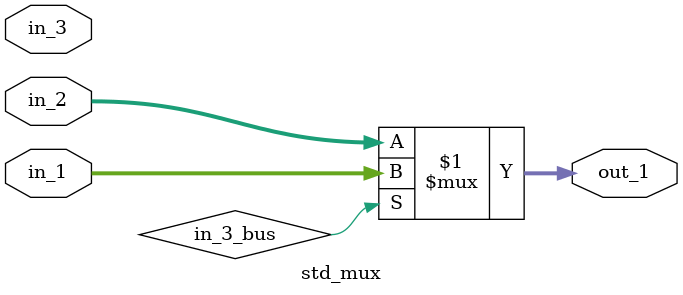
<source format=v>

module std_mux
    // Port list
            (
                // Inputs
                in_1,
                in_2,
                in_3,
                // Outputs
                out_1,
            );

    // Port I/O declarations

    input   [3:0]   in_1;
    input   [3:0]   in_2;
    input           in_3;

    output  [3:0]   out_1;

    // -------------- Design implementation -----------

    assign out_1 = in_3_bus ? in_1 : in_2;

endmodule


</source>
